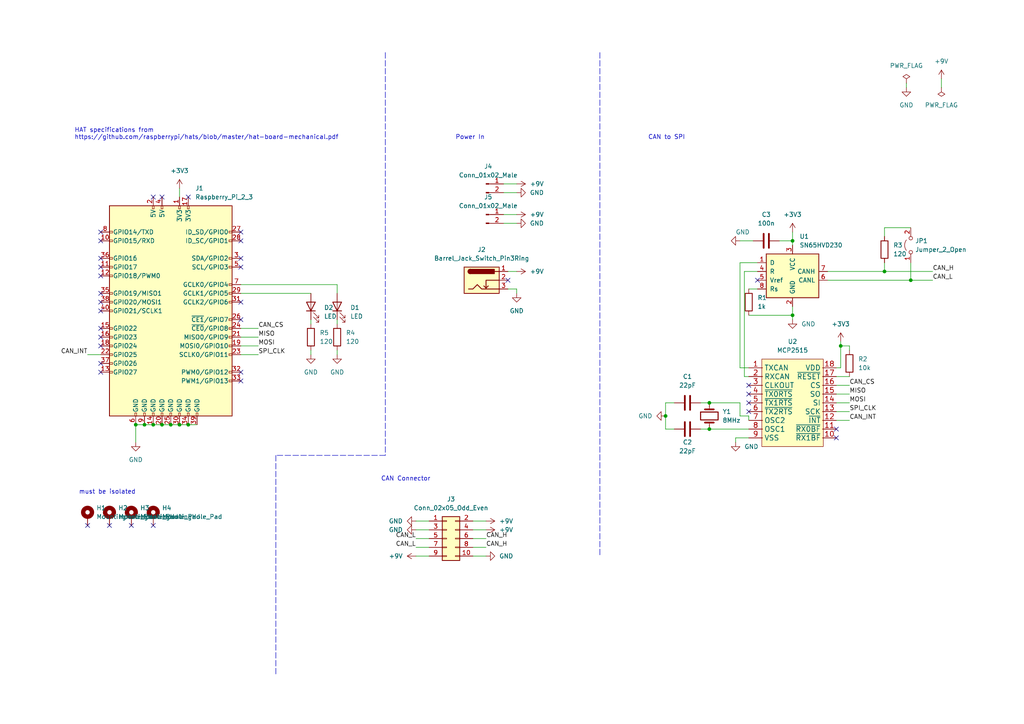
<source format=kicad_sch>
(kicad_sch (version 20211123) (generator eeschema)
  (paper "A4")
  (lib_symbols
    (symbol "Connector:Barrel_Jack_Switch_Pin3Ring" (pin_names hide)
      (property "Reference" "J" (at 0 5.334 0))
      (property "Value" "Barrel_Jack_Switch_Pin3Ring" (at 0 -5.08 0))
      (symbol "Barrel_Jack_Switch_Pin3Ring_0_1"
        (rectangle (start -5.08 3.81) (end 5.08 -3.81) (stroke (width 0.254)) (fill (type background)))
        (arc (start -3.302 3.175) (mid -3.937 2.54) (end -3.302 1.905) (stroke (width 0.254)))
        (arc (start -3.302 3.175) (mid -3.937 2.54) (end -3.302 1.905) (stroke (width 0.254)) (fill (type outline)))
        (polyline (pts (xy 1.27 -2.286) (xy 1.905 -1.651)) (stroke (width 0.254)))
        (polyline (pts (xy 5.08 2.54) (xy 3.81 2.54)) (stroke (width 0.254)))
        (polyline (pts (xy 5.08 0) (xy 1.27 0) (xy 1.27 -2.286) (xy 0.635 -1.651)) (stroke (width 0.254)))
        (polyline (pts (xy -3.81 -2.54) (xy -2.54 -2.54) (xy -1.27 -1.27) (xy 0 -2.54) (xy 2.54 -2.54) (xy 5.08 -2.54)) (stroke (width 0.254)))
        (rectangle (start 3.683 3.175) (end -3.302 1.905) (stroke (width 0.254)) (fill (type outline)))
      )
      (symbol "Barrel_Jack_Switch_Pin3Ring_1_1"
        (pin passive line (at 7.62 2.54 180) (length 2.54) (name "~") (number "1"))
        (pin passive line (at 7.62 0 180) (length 2.54) (name "~") (number "2"))
        (pin passive line (at 7.62 -2.54 180) (length 2.54) (name "~") (number "3"))
      )
    )
    (symbol "Connector:Conn_01x02_Male" (pin_names (offset 1.016) hide)
      (property "Reference" "J" (at 0 2.54 0))
      (property "Value" "Conn_01x02_Male" (at 0 -5.08 0))
      (symbol "Conn_01x02_Male_1_1"
        (polyline (pts (xy 1.27 -2.54) (xy 0.8636 -2.54)) (stroke (width 0.1524)))
        (polyline (pts (xy 1.27 0) (xy 0.8636 0)) (stroke (width 0.1524)))
        (rectangle (start 0.8636 -2.413) (end 0 -2.667) (stroke (width 0.1524)) (fill (type outline)))
        (rectangle (start 0.8636 0.127) (end 0 -0.127) (stroke (width 0.1524)) (fill (type outline)))
        (pin passive line (at 5.08 0 180) (length 3.81) (name "Pin_1") (number "1"))
        (pin passive line (at 5.08 -2.54 180) (length 3.81) (name "Pin_2") (number "2"))
      )
    )
    (symbol "Connector:Raspberry_Pi_2_3" (pin_names (offset 1.016))
      (property "Reference" "J1" (at 7.0994 35.56 0))
      (property "Value" "Raspberry_Pi_2_3" (at 7.0994 33.02 0))
      (symbol "Raspberry_Pi_2_3_0_1"
        (rectangle (start -17.78 30.48) (end 17.78 -30.48) (stroke (width 0.254)) (fill (type background)))
      )
      (symbol "Raspberry_Pi_2_3_1_1"
        (rectangle (start -16.891 -17.526) (end -17.78 -18.034))
        (rectangle (start -16.891 -14.986) (end -17.78 -15.494))
        (rectangle (start -16.891 -12.446) (end -17.78 -12.954))
        (rectangle (start -16.891 -9.906) (end -17.78 -10.414))
        (rectangle (start -16.891 -7.366) (end -17.78 -7.874))
        (rectangle (start -16.891 -4.826) (end -17.78 -5.334))
        (rectangle (start -16.891 0.254) (end -17.78 -0.254))
        (rectangle (start -16.891 2.794) (end -17.78 2.286))
        (rectangle (start -16.891 5.334) (end -17.78 4.826))
        (rectangle (start -16.891 10.414) (end -17.78 9.906))
        (rectangle (start -16.891 12.954) (end -17.78 12.446))
        (rectangle (start -16.891 15.494) (end -17.78 14.986))
        (rectangle (start -16.891 20.574) (end -17.78 20.066))
        (rectangle (start -16.891 23.114) (end -17.78 22.606))
        (rectangle (start -10.414 -29.591) (end -9.906 -30.48))
        (rectangle (start -7.874 -29.591) (end -7.366 -30.48))
        (rectangle (start -5.334 -29.591) (end -4.826 -30.48))
        (rectangle (start -5.334 30.48) (end -4.826 29.591))
        (rectangle (start -2.794 -29.591) (end -2.286 -30.48))
        (rectangle (start -2.794 30.48) (end -2.286 29.591))
        (rectangle (start -0.254 -29.591) (end 0.254 -30.48))
        (rectangle (start 2.286 -29.591) (end 2.794 -30.48))
        (rectangle (start 2.286 30.48) (end 2.794 29.591))
        (rectangle (start 4.826 -29.591) (end 5.334 -30.48))
        (rectangle (start 4.826 30.48) (end 5.334 29.591))
        (rectangle (start 7.366 -29.591) (end 7.874 -30.48))
        (rectangle (start 17.78 -20.066) (end 16.891 -20.574))
        (rectangle (start 17.78 -17.526) (end 16.891 -18.034))
        (rectangle (start 17.78 -12.446) (end 16.891 -12.954))
        (rectangle (start 17.78 -9.906) (end 16.891 -10.414))
        (rectangle (start 17.78 -7.366) (end 16.891 -7.874))
        (rectangle (start 17.78 -4.826) (end 16.891 -5.334))
        (rectangle (start 17.78 -2.286) (end 16.891 -2.794))
        (rectangle (start 17.78 2.794) (end 16.891 2.286))
        (rectangle (start 17.78 5.334) (end 16.891 4.826))
        (rectangle (start 17.78 7.874) (end 16.891 7.366))
        (rectangle (start 17.78 12.954) (end 16.891 12.446))
        (rectangle (start 17.78 15.494) (end 16.891 14.986))
        (rectangle (start 17.78 20.574) (end 16.891 20.066))
        (rectangle (start 17.78 23.114) (end 16.891 22.606))
        (pin power_out line (at 2.54 33.02 270) (length 2.54) (name "3V3") (number "1"))
        (pin bidirectional line (at -20.32 20.32 0) (length 2.54) (name "GPIO15/RXD") (number "10"))
        (pin bidirectional line (at -20.32 12.7 0) (length 2.54) (name "GPIO17") (number "11"))
        (pin bidirectional line (at -20.32 10.16 0) (length 2.54) (name "GPIO18/PWM0") (number "12"))
        (pin bidirectional line (at -20.32 -17.78 0) (length 2.54) (name "GPIO27") (number "13"))
        (pin power_in line (at -5.08 -33.02 90) (length 2.54) (name "GND") (number "14"))
        (pin bidirectional line (at -20.32 -5.08 0) (length 2.54) (name "GPIO22") (number "15"))
        (pin bidirectional line (at -20.32 -7.62 0) (length 2.54) (name "GPIO23") (number "16"))
        (pin power_out line (at 5.08 33.02 270) (length 2.54) (name "3V3") (number "17"))
        (pin bidirectional line (at -20.32 -10.16 0) (length 2.54) (name "GPIO24") (number "18"))
        (pin bidirectional line (at 20.32 -10.16 180) (length 2.54) (name "MOSI0/GPIO10") (number "19"))
        (pin power_out line (at -5.08 33.02 270) (length 2.54) (name "5V") (number "2"))
        (pin power_in line (at -2.54 -33.02 90) (length 2.54) (name "GND") (number "20"))
        (pin bidirectional line (at 20.32 -7.62 180) (length 2.54) (name "MISO0/GPIO9") (number "21"))
        (pin bidirectional line (at -20.32 -12.7 0) (length 2.54) (name "GPIO25") (number "22"))
        (pin bidirectional line (at 20.32 -12.7 180) (length 2.54) (name "SCLK0/GPIO11") (number "23"))
        (pin bidirectional line (at 20.32 -5.08 180) (length 2.54) (name "~{CE0}/GPIO8") (number "24"))
        (pin power_in line (at 0 -33.02 90) (length 2.54) (name "GND") (number "25"))
        (pin bidirectional line (at 20.32 -2.54 180) (length 2.54) (name "~{CE1}/GPIO7") (number "26"))
        (pin bidirectional line (at 20.32 22.86 180) (length 2.54) (name "ID_SD/GPIO0") (number "27"))
        (pin bidirectional line (at 20.32 20.32 180) (length 2.54) (name "ID_SC/GPIO1") (number "28"))
        (pin bidirectional line (at 20.32 5.08 180) (length 2.54) (name "GCLK1/GPIO5") (number "29"))
        (pin bidirectional line (at 20.32 15.24 180) (length 2.54) (name "SDA/GPIO2") (number "3"))
        (pin power_in line (at 2.54 -33.02 90) (length 2.54) (name "GND") (number "30"))
        (pin bidirectional line (at 20.32 2.54 180) (length 2.54) (name "GCLK2/GPIO6") (number "31"))
        (pin bidirectional line (at 20.32 -17.78 180) (length 2.54) (name "PWM0/GPIO12") (number "32"))
        (pin bidirectional line (at 20.32 -20.32 180) (length 2.54) (name "PWM1/GPIO13") (number "33"))
        (pin power_in line (at 5.08 -33.02 90) (length 2.54) (name "GND") (number "34"))
        (pin bidirectional line (at -20.32 5.08 0) (length 2.54) (name "GPIO19/MISO1") (number "35"))
        (pin bidirectional line (at -20.32 15.24 0) (length 2.54) (name "GPIO16") (number "36"))
        (pin bidirectional line (at -20.32 -15.24 0) (length 2.54) (name "GPIO26") (number "37"))
        (pin bidirectional line (at -20.32 2.54 0) (length 2.54) (name "GPIO20/MOSI1") (number "38"))
        (pin power_in line (at 7.62 -33.02 90) (length 2.54) (name "GND") (number "39"))
        (pin power_out line (at -2.54 33.02 270) (length 2.54) (name "5V") (number "4"))
        (pin bidirectional line (at -20.32 0 0) (length 2.54) (name "GPIO21/SCLK1") (number "40"))
        (pin bidirectional line (at 20.32 12.7 180) (length 2.54) (name "SCL/GPIO3") (number "5"))
        (pin power_in line (at -10.16 -33.02 90) (length 2.54) (name "GND") (number "6"))
        (pin bidirectional line (at 20.32 7.62 180) (length 2.54) (name "GCLK0/GPIO4") (number "7"))
        (pin bidirectional line (at -20.32 22.86 0) (length 2.54) (name "GPIO14/TXD") (number "8"))
        (pin power_in line (at -7.62 -33.02 90) (length 2.54) (name "GND") (number "9"))
      )
    )
    (symbol "Connector_Generic:Conn_02x05_Odd_Even" (pin_names (offset 1.016) hide)
      (property "Reference" "J" (at 1.27 7.62 0))
      (property "Value" "Conn_02x05_Odd_Even" (at 1.27 -7.62 0))
      (symbol "Conn_02x05_Odd_Even_1_1"
        (rectangle (start -1.27 -4.953) (end 0 -5.207) (stroke (width 0.1524)))
        (rectangle (start -1.27 -2.413) (end 0 -2.667) (stroke (width 0.1524)))
        (rectangle (start -1.27 0.127) (end 0 -0.127) (stroke (width 0.1524)))
        (rectangle (start -1.27 2.667) (end 0 2.413) (stroke (width 0.1524)))
        (rectangle (start -1.27 5.207) (end 0 4.953) (stroke (width 0.1524)))
        (rectangle (start -1.27 6.35) (end 3.81 -6.35) (stroke (width 0.254)) (fill (type background)))
        (rectangle (start 3.81 -4.953) (end 2.54 -5.207) (stroke (width 0.1524)))
        (rectangle (start 3.81 -2.413) (end 2.54 -2.667) (stroke (width 0.1524)))
        (rectangle (start 3.81 0.127) (end 2.54 -0.127) (stroke (width 0.1524)))
        (rectangle (start 3.81 2.667) (end 2.54 2.413) (stroke (width 0.1524)))
        (rectangle (start 3.81 5.207) (end 2.54 4.953) (stroke (width 0.1524)))
        (pin passive line (at -5.08 5.08 0) (length 3.81) (name "Pin_1") (number "1"))
        (pin passive line (at 7.62 -5.08 180) (length 3.81) (name "Pin_10") (number "10"))
        (pin passive line (at 7.62 5.08 180) (length 3.81) (name "Pin_2") (number "2"))
        (pin passive line (at -5.08 2.54 0) (length 3.81) (name "Pin_3") (number "3"))
        (pin passive line (at 7.62 2.54 180) (length 3.81) (name "Pin_4") (number "4"))
        (pin passive line (at -5.08 0 0) (length 3.81) (name "Pin_5") (number "5"))
        (pin passive line (at 7.62 0 180) (length 3.81) (name "Pin_6") (number "6"))
        (pin passive line (at -5.08 -2.54 0) (length 3.81) (name "Pin_7") (number "7"))
        (pin passive line (at 7.62 -2.54 180) (length 3.81) (name "Pin_8") (number "8"))
        (pin passive line (at -5.08 -5.08 0) (length 3.81) (name "Pin_9") (number "9"))
      )
    )
    (symbol "Device:C" (pin_numbers hide) (pin_names (offset 0.254))
      (property "Reference" "C" (at 0.635 2.54 0))
      (property "Value" "C" (at 0.635 -2.54 0))
      (symbol "C_0_1"
        (polyline (pts (xy -2.032 -0.762) (xy 2.032 -0.762)) (stroke (width 0.508)))
        (polyline (pts (xy -2.032 0.762) (xy 2.032 0.762)) (stroke (width 0.508)))
      )
      (symbol "C_1_1"
        (pin passive line (at 0 3.81 270) (length 2.794) (name "~") (number "1"))
        (pin passive line (at 0 -3.81 90) (length 2.794) (name "~") (number "2"))
      )
    )
    (symbol "Device:Crystal" (pin_numbers hide) (pin_names (offset 1.016) hide)
      (property "Reference" "Y" (at 0 3.81 0))
      (property "Value" "Crystal" (at 0 -3.81 0))
      (symbol "Crystal_0_1"
        (rectangle (start -1.143 2.54) (end 1.143 -2.54) (stroke (width 0.3048)))
        (polyline (pts (xy -2.54 0) (xy -1.905 0)))
        (polyline (pts (xy -1.905 -1.27) (xy -1.905 1.27)) (stroke (width 0.508)))
        (polyline (pts (xy 1.905 -1.27) (xy 1.905 1.27)) (stroke (width 0.508)))
        (polyline (pts (xy 2.54 0) (xy 1.905 0)))
      )
      (symbol "Crystal_1_1"
        (pin passive line (at -3.81 0 0) (length 1.27) (name "1") (number "1"))
        (pin passive line (at 3.81 0 180) (length 1.27) (name "2") (number "2"))
      )
    )
    (symbol "Device:LED" (pin_numbers hide) (pin_names (offset 1.016) hide)
      (property "Reference" "D" (at 0 2.54 0))
      (property "Value" "LED" (at 0 -2.54 0))
      (symbol "LED_0_1"
        (polyline (pts (xy -1.27 -1.27) (xy -1.27 1.27)) (stroke (width 0.254)))
        (polyline (pts (xy -1.27 0) (xy 1.27 0)))
        (polyline (pts (xy 1.27 -1.27) (xy 1.27 1.27) (xy -1.27 0) (xy 1.27 -1.27)) (stroke (width 0.254)))
        (polyline (pts (xy -3.048 -0.762) (xy -4.572 -2.286) (xy -3.81 -2.286) (xy -4.572 -2.286) (xy -4.572 -1.524)))
        (polyline (pts (xy -1.778 -0.762) (xy -3.302 -2.286) (xy -2.54 -2.286) (xy -3.302 -2.286) (xy -3.302 -1.524)))
      )
      (symbol "LED_1_1"
        (pin passive line (at -3.81 0 0) (length 2.54) (name "K") (number "1"))
        (pin passive line (at 3.81 0 180) (length 2.54) (name "A") (number "2"))
      )
    )
    (symbol "Device:R" (pin_numbers hide) (pin_names (offset 0))
      (property "Reference" "R" (at 2.032 0 90))
      (property "Value" "R" (at 0 0 90))
      (symbol "R_0_1"
        (rectangle (start -1.016 -2.54) (end 1.016 2.54) (stroke (width 0.254)))
      )
      (symbol "R_1_1"
        (pin passive line (at 0 3.81 270) (length 1.27) (name "~") (number "1"))
        (pin passive line (at 0 -3.81 90) (length 1.27) (name "~") (number "2"))
      )
    )
    (symbol "Interface_CAN_LIN:SN65HVD230" (pin_names (offset 1.016))
      (property "Reference" "U" (at -2.54 10.16 0))
      (property "Value" "SN65HVD230" (at -2.54 7.62 0))
      (symbol "SN65HVD230_0_1"
        (rectangle (start -7.62 5.08) (end 7.62 -7.62) (stroke (width 0.254)) (fill (type background)))
      )
      (symbol "SN65HVD230_1_1"
        (pin input line (at -10.16 2.54 0) (length 2.54) (name "D") (number "1"))
        (pin power_in line (at 0 -10.16 90) (length 2.54) (name "GND") (number "2"))
        (pin power_in line (at 0 7.62 270) (length 2.54) (name "VCC") (number "3"))
        (pin output line (at -10.16 0 0) (length 2.54) (name "R") (number "4"))
        (pin output line (at -10.16 -2.54 0) (length 2.54) (name "Vref") (number "5"))
        (pin bidirectional line (at 10.16 -2.54 180) (length 2.54) (name "CANL") (number "6"))
        (pin bidirectional line (at 10.16 0 180) (length 2.54) (name "CANH") (number "7"))
        (pin input line (at -10.16 -5.08 0) (length 2.54) (name "Rs") (number "8"))
      )
    )
    (symbol "Jumper:Jumper_2_Open" (pin_names (offset 0) hide)
      (property "Reference" "JP" (at 0 2.794 0))
      (property "Value" "Jumper_2_Open" (at 0 -2.286 0))
      (symbol "Jumper_2_Open_0_0"
        (circle (center -2.032 0) (radius 0.508))
        (circle (center 2.032 0) (radius 0.508))
      )
      (symbol "Jumper_2_Open_0_1"
        (arc (start 1.524 1.27) (mid 0 1.778) (end -1.524 1.27))
      )
      (symbol "Jumper_2_Open_1_1"
        (pin passive line (at -5.08 0 0) (length 2.54) (name "A") (number "1"))
        (pin passive line (at 5.08 0 180) (length 2.54) (name "B") (number "2"))
      )
    )
    (symbol "MCP2515:MCP2515"
      (property "Reference" "U" (at -8.89 13.97 0))
      (property "Value" "MCP2515" (at -5.08 -15.24 0))
      (symbol "MCP2515_0_1"
        (rectangle (start -10.16 11.43) (end 7.62 -13.97) (fill (type background)))
      )
      (symbol "MCP2515_1_1"
        (pin bidirectional line (at -13.97 8.89 0) (length 4) (name "TXCAN") (number "1"))
        (pin bidirectional line (at 11.43 -11.43 180) (length 4) (name "~{RX1BF}") (number "10"))
        (pin bidirectional line (at 11.43 -8.89 180) (length 4) (name "~{RX0BF}") (number "11"))
        (pin bidirectional line (at 11.43 -6.35 180) (length 4) (name "~{INT}") (number "12"))
        (pin input line (at 11.43 -3.81 180) (length 4) (name "SCK") (number "13"))
        (pin input line (at 11.43 -1.27 180) (length 4) (name "SI") (number "14"))
        (pin output line (at 11.43 1.27 180) (length 4) (name "SO") (number "15"))
        (pin input line (at 11.43 3.81 180) (length 4) (name "CS") (number "16"))
        (pin input line (at 11.43 6.35 180) (length 4) (name "~{RESET}") (number "17"))
        (pin power_in line (at 11.43 8.89 180) (length 4) (name "VDD") (number "18"))
        (pin bidirectional line (at -13.97 6.35 0) (length 4) (name "RXCAN") (number "2"))
        (pin output line (at -13.97 3.81 0) (length 4) (name "CLKOUT") (number "3"))
        (pin bidirectional line (at -13.97 1.27 0) (length 4) (name "~{TX0RTS}") (number "4"))
        (pin bidirectional line (at -13.97 -1.27 0) (length 4) (name "~{TX1RTS}") (number "5"))
        (pin bidirectional line (at -13.97 -3.81 0) (length 4) (name "~{TX2RTS}") (number "6"))
        (pin output line (at -13.97 -6.35 0) (length 4) (name "OSC2") (number "7"))
        (pin input line (at -13.97 -8.89 0) (length 4) (name "OSC1") (number "8"))
        (pin power_in line (at -13.97 -11.43 0) (length 4) (name "VSS") (number "9"))
      )
    )
    (symbol "Mechanical:MountingHole_Pad" (pin_numbers hide) (pin_names (offset 1.016) hide)
      (property "Reference" "H" (at 0 6.35 0))
      (property "Value" "MountingHole_Pad" (at 0 4.445 0))
      (symbol "MountingHole_Pad_0_1"
        (circle (center 0 1.27) (radius 1.27) (stroke (width 1.27)))
      )
      (symbol "MountingHole_Pad_1_1"
        (pin input line (at 0 -2.54 90) (length 2.54) (name "1") (number "1"))
      )
    )
    (symbol "power:+3V3" (power) (pin_names (offset 0))
      (property "Value" "+3V3" (at 0 3.556 0))
      (symbol "+3V3_0_1"
        (polyline (pts (xy -0.762 1.27) (xy 0 2.54)))
        (polyline (pts (xy 0 0) (xy 0 2.54)))
        (polyline (pts (xy 0 2.54) (xy 0.762 1.27)))
      )
      (symbol "+3V3_1_1"
        (pin power_in line (at 0 0 90) (length 0) hide (name "+3V3") (number "1"))
      )
    )
    (symbol "power:+9V" (power) (pin_names (offset 0))
      (property "Value" "+9V" (at 0 3.556 0))
      (symbol "+9V_0_1"
        (polyline (pts (xy -0.762 1.27) (xy 0 2.54)))
        (polyline (pts (xy 0 0) (xy 0 2.54)))
        (polyline (pts (xy 0 2.54) (xy 0.762 1.27)))
      )
      (symbol "+9V_1_1"
        (pin power_in line (at 0 0 90) (length 0) hide (name "+9V") (number "1"))
      )
    )
    (symbol "power:GND" (power) (pin_names (offset 0))
      (property "Value" "GND" (at 0 -3.81 0))
      (symbol "GND_0_1"
        (polyline (pts (xy 0 0) (xy 0 -1.27) (xy 1.27 -1.27) (xy 0 -2.54) (xy -1.27 -1.27) (xy 0 -1.27)))
      )
      (symbol "GND_1_1"
        (pin power_in line (at 0 0 270) (length 0) hide (name "GND") (number "1"))
      )
    )
    (symbol "power:PWR_FLAG" (power) (pin_numbers hide) (pin_names (offset 0) hide)
      (property "Value" "PWR_FLAG" (at 0 3.81 0))
      (symbol "PWR_FLAG_0_0"
        (pin power_out line (at 0 0 90) (length 0) (name "pwr") (number "1"))
      )
      (symbol "PWR_FLAG_0_1"
        (polyline (pts (xy 0 0) (xy 0 1.27) (xy -1.016 1.905) (xy 0 2.54) (xy 1.016 1.905) (xy 0 1.27)))
      )
    )
  )
  (junction (at 54.61 123.19))
  (junction (at 243.84 100.33))
  (junction (at 39.37 123.19))
  (junction (at 229.87 69.85))
  (junction (at 49.53 123.19))
  (junction (at 264.16 81.28))
  (junction (at 41.91 123.19))
  (junction (at 205.74 124.46))
  (junction (at 205.74 116.84))
  (junction (at 52.07 123.19))
  (junction (at 256.54 78.74))
  (junction (at 44.45 123.19))
  (junction (at 46.99 123.19))
  (junction (at 229.87 91.44))
  (junction (at 193.04 120.65))
  (no_connect (at 54.61 57.15))
  (no_connect (at 44.45 152.4))
  (no_connect (at 38.1 152.4))
  (no_connect (at 31.75 152.4))
  (no_connect (at 25.4 152.4))
  (no_connect (at 217.17 114.3))
  (no_connect (at 147.32 81.28))
  (no_connect (at 217.17 119.38))
  (no_connect (at 217.17 111.76))
  (no_connect (at 242.57 124.46))
  (no_connect (at 217.17 116.84))
  (no_connect (at 219.71 81.28))
  (no_connect (at 44.45 57.15))
  (no_connect (at 29.21 107.95))
  (no_connect (at 29.21 105.41))
  (no_connect (at 29.21 97.79))
  (no_connect (at 29.21 100.33))
  (no_connect (at 29.21 95.25))
  (no_connect (at 69.85 69.85))
  (no_connect (at 69.85 87.63))
  (no_connect (at 69.85 77.47))
  (no_connect (at 69.85 74.93))
  (no_connect (at 29.21 77.47))
  (no_connect (at 29.21 80.01))
  (no_connect (at 29.21 87.63))
  (no_connect (at 29.21 85.09))
  (no_connect (at 29.21 90.17))
  (no_connect (at 29.21 74.93))
  (no_connect (at 69.85 92.71))
  (no_connect (at 69.85 110.49))
  (no_connect (at 69.85 107.95))
  (no_connect (at 69.85 67.31))
  (no_connect (at 46.99 57.15))
  (no_connect (at 29.21 67.31))
  (no_connect (at 29.21 69.85))
  (no_connect (at 242.57 127))
  (wire (pts (xy 214.63 76.2) (xy 214.63 106.68)))
  (wire (pts (xy 242.57 114.3) (xy 246.38 114.3)))
  (wire (pts (xy 195.58 124.46) (xy 193.04 124.46)))
  (wire (pts (xy 97.79 92.71) (xy 97.79 93.98)))
  (wire (pts (xy 137.16 156.21) (xy 140.97 156.21)))
  (wire (pts (xy 242.57 106.68) (xy 243.84 106.68)))
  (polyline (pts (xy 173.99 15.24) (xy 173.99 161.29)))
  (wire (pts (xy 69.85 95.25) (xy 74.93 95.25)))
  (wire (pts (xy 246.38 101.6) (xy 246.38 100.33)))
  (wire (pts (xy 54.61 123.19) (xy 57.15 123.19)))
  (wire (pts (xy 242.57 119.38) (xy 246.38 119.38)))
  (wire (pts (xy 97.79 101.6) (xy 97.79 102.87)))
  (wire (pts (xy 242.57 111.76) (xy 246.38 111.76)))
  (wire (pts (xy 146.05 62.23) (xy 149.86 62.23)))
  (wire (pts (xy 137.16 158.75) (xy 140.97 158.75)))
  (wire (pts (xy 240.03 81.28) (xy 264.16 81.28)))
  (wire (pts (xy 243.84 99.06) (xy 243.84 100.33)))
  (wire (pts (xy 120.65 153.67) (xy 124.46 153.67)))
  (wire (pts (xy 256.54 66.04) (xy 264.16 66.04)))
  (wire (pts (xy 41.91 123.19) (xy 44.45 123.19)))
  (wire (pts (xy 256.54 76.2) (xy 256.54 78.74)))
  (wire (pts (xy 193.04 116.84) (xy 193.04 120.65)))
  (wire (pts (xy 264.16 76.2) (xy 264.16 81.28)))
  (wire (pts (xy 217.17 120.65) (xy 214.63 120.65)))
  (wire (pts (xy 217.17 109.22) (xy 215.9 109.22)))
  (wire (pts (xy 149.86 83.82) (xy 149.86 85.09)))
  (wire (pts (xy 39.37 123.19) (xy 39.37 128.27)))
  (wire (pts (xy 229.87 67.31) (xy 229.87 69.85)))
  (wire (pts (xy 146.05 64.77) (xy 149.86 64.77)))
  (wire (pts (xy 214.63 116.84) (xy 205.74 116.84)))
  (polyline (pts (xy 111.76 15.24) (xy 111.76 132.08)))
  (wire (pts (xy 214.63 69.85) (xy 218.44 69.85)))
  (wire (pts (xy 69.85 82.55) (xy 97.79 82.55)))
  (wire (pts (xy 214.63 120.65) (xy 214.63 116.84)))
  (wire (pts (xy 195.58 116.84) (xy 193.04 116.84)))
  (wire (pts (xy 229.87 88.9) (xy 229.87 91.44)))
  (wire (pts (xy 262.89 24.13) (xy 262.89 25.4)))
  (wire (pts (xy 49.53 123.19) (xy 52.07 123.19)))
  (wire (pts (xy 226.06 69.85) (xy 229.87 69.85)))
  (wire (pts (xy 217.17 121.92) (xy 217.17 120.65)))
  (wire (pts (xy 39.37 123.19) (xy 41.91 123.19)))
  (wire (pts (xy 137.16 153.67) (xy 140.97 153.67)))
  (wire (pts (xy 146.05 55.88) (xy 149.86 55.88)))
  (wire (pts (xy 229.87 69.85) (xy 229.87 71.12)))
  (wire (pts (xy 264.16 81.28) (xy 270.51 81.28)))
  (wire (pts (xy 193.04 120.65) (xy 193.04 124.46)))
  (wire (pts (xy 147.32 83.82) (xy 149.86 83.82)))
  (wire (pts (xy 203.2 124.46) (xy 205.74 124.46)))
  (wire (pts (xy 246.38 100.33) (xy 243.84 100.33)))
  (wire (pts (xy 242.57 121.92) (xy 246.38 121.92)))
  (wire (pts (xy 44.45 123.19) (xy 46.99 123.19)))
  (wire (pts (xy 137.16 151.13) (xy 140.97 151.13)))
  (wire (pts (xy 90.17 92.71) (xy 90.17 93.98)))
  (wire (pts (xy 25.4 102.87) (xy 29.21 102.87)))
  (wire (pts (xy 69.85 100.33) (xy 74.93 100.33)))
  (wire (pts (xy 256.54 78.74) (xy 270.51 78.74)))
  (polyline (pts (xy 111.76 132.08) (xy 80.01 132.08)))
  (wire (pts (xy 97.79 82.55) (xy 97.79 85.09)))
  (polyline (pts (xy 80.01 132.08) (xy 80.01 195.58)))
  (wire (pts (xy 256.54 68.58) (xy 256.54 66.04)))
  (wire (pts (xy 217.17 106.68) (xy 214.63 106.68)))
  (wire (pts (xy 120.65 151.13) (xy 124.46 151.13)))
  (wire (pts (xy 69.85 97.79) (xy 74.93 97.79)))
  (wire (pts (xy 215.9 78.74) (xy 215.9 109.22)))
  (wire (pts (xy 120.65 158.75) (xy 124.46 158.75)))
  (wire (pts (xy 214.63 76.2) (xy 219.71 76.2)))
  (wire (pts (xy 240.03 78.74) (xy 256.54 78.74)))
  (wire (pts (xy 120.65 156.21) (xy 124.46 156.21)))
  (wire (pts (xy 46.99 123.19) (xy 49.53 123.19)))
  (wire (pts (xy 203.2 116.84) (xy 205.74 116.84)))
  (wire (pts (xy 120.65 161.29) (xy 124.46 161.29)))
  (wire (pts (xy 219.71 78.74) (xy 215.9 78.74)))
  (wire (pts (xy 205.74 124.46) (xy 217.17 124.46)))
  (wire (pts (xy 217.17 91.44) (xy 229.87 91.44)))
  (wire (pts (xy 146.05 53.34) (xy 149.86 53.34)))
  (wire (pts (xy 90.17 101.6) (xy 90.17 102.87)))
  (wire (pts (xy 69.85 85.09) (xy 90.17 85.09)))
  (wire (pts (xy 273.05 22.86) (xy 273.05 25.4)))
  (wire (pts (xy 137.16 161.29) (xy 140.97 161.29)))
  (wire (pts (xy 52.07 54.61) (xy 52.07 57.15)))
  (wire (pts (xy 242.57 116.84) (xy 246.38 116.84)))
  (wire (pts (xy 242.57 109.22) (xy 246.38 109.22)))
  (wire (pts (xy 213.36 128.27) (xy 213.36 127)))
  (wire (pts (xy 213.36 127) (xy 217.17 127)))
  (wire (pts (xy 217.17 83.82) (xy 219.71 83.82)))
  (wire (pts (xy 229.87 91.44) (xy 229.87 92.71)))
  (wire (pts (xy 52.07 123.19) (xy 54.61 123.19)))
  (wire (pts (xy 147.32 78.74) (xy 149.86 78.74)))
  (wire (pts (xy 243.84 100.33) (xy 243.84 106.68)))
  (wire (pts (xy 69.85 102.87) (xy 74.93 102.87)))
  (text "CAN to SPI" (at 187.96 40.64 0) (effects (font (size 1.27 1.27)) (justify left bottom)))
  (text "HAT specifications from\nhttps://github.com/raspberrypi/hats/blob/master/hat-board-mechanical.pdf" (at 21.59 40.64 0) (effects (font (size 1.27 1.27)) (justify left bottom)))
  (text "Power In" (at 132.08 40.64 0) (effects (font (size 1.27 1.27)) (justify left bottom)))
  (text "must be isolated" (at 22.86 143.51 0) (effects (font (size 1.27 1.27)) (justify left bottom)))
  (text "CAN Connector" (at 110.49 139.7 0) (effects (font (size 1.27 1.27)) (justify left bottom)))
  (label "CAN_H" (at 140.97 156.21 0))
  (label "MISO" (at 74.93 97.79 0))
  (label "SPI_CLK" (at 74.93 102.87 0))
  (label "MOSI" (at 246.38 116.84 0))
  (label "CAN_L" (at 120.65 158.75 180))
  (label "MISO" (at 246.38 114.3 0))
  (label "CAN_CS" (at 246.38 111.76 0))
  (label "CAN_INT" (at 246.38 121.92 0))
  (label "CAN_H" (at 270.51 78.74 0))
  (label "CAN_L" (at 270.51 81.28 0))
  (label "CAN_CS" (at 74.93 95.25 0))
  (label "CAN_L" (at 120.65 156.21 180))
  (label "CAN_INT" (at 25.4 102.87 180))
  (label "SPI_CLK" (at 246.38 119.38 0))
  (label "CAN_H" (at 140.97 158.75 0))
  (label "MOSI" (at 74.93 100.33 0))
  (symbol (lib_id "power:GND") (at 193.04 120.65 270) (unit 1)
    (property "Reference" "#PWR02" (effects hide))
    (property "Value" "GND" (at 189.23 120.6499 90) (effects (justify right)))
  )
  (symbol (lib_id "Device:R") (at 217.17 87.63 0) (unit 1)
    (property "Reference" "R1" (at 219.71 86.3599 0) (effects (justify left)))
    (property "Value" "1k" (at 219.71 88.8999 0) (effects (justify left)))
    (property "Footprint" "Resistor_SMD:R_1206_3216Metric_Pad1.30x1.75mm_HandSolder" (effects hide))
  )
  (symbol (lib_id "Connector:Raspberry_Pi_2_3") (at 49.53 90.17 0) (unit 1)
    (property "Reference" "J1" (at 56.6294 54.61 0) (effects (justify left)))
    (property "Value" "Raspberry_Pi_2_3" (at 56.6294 57.15 0) (effects (justify left)))
    (property "Footprint" "Connector_PinSocket_2.54mm:PinSocket_2x20_P2.54mm_Vertical" (effects hide))
    (property "Datasheet" "https://www.raspberrypi.org/documentation/hardware/raspberrypi/schematics/rpi_SCH_3bplus_1p0_reduced.pdf" (effects hide))
  )
  (symbol (lib_id "power:GND") (at 97.79 102.87 0) (unit 1)
    (property "Reference" "#PWR019" (effects hide))
    (property "Value" "GND" (at 97.79 107.95 0))
  )
  (symbol (lib_id "Connector:Barrel_Jack_Switch_Pin3Ring") (at 139.7 81.28 0) (unit 1)
    (property "Reference" "J2" (at 139.7 72.39 0))
    (property "Value" "Barrel_Jack_Switch_Pin3Ring" (at 139.7 74.93 0))
    (property "Footprint" "Connector_BarrelJack:BarrelJack_Horizontal" (effects hide))
  )
  (symbol (lib_id "Device:LED") (at 90.17 88.9 90) (unit 1)
    (property "Reference" "D2" (at 93.98 89.2174 90) (effects (justify right)))
    (property "Value" "LED" (at 93.98 91.7574 90) (effects (justify right)))
    (property "Footprint" "LED_SMD:LED_1206_3216Metric_Pad1.42x1.75mm_HandSolder" (effects hide))
  )
  (symbol (lib_id "Device:R") (at 90.17 97.79 0) (unit 1)
    (property "Reference" "R5" (at 92.71 96.5199 0) (effects (justify left)))
    (property "Value" "120" (at 92.71 99.0599 0) (effects (justify left)))
    (property "Footprint" "Resistor_SMD:R_1206_3216Metric_Pad1.30x1.75mm_HandSolder" (effects hide))
  )
  (symbol (lib_id "power:+3V3") (at 243.84 99.06 0) (unit 1)
    (property "Reference" "#PWR08" (effects hide))
    (property "Value" "+3V3" (at 243.84 93.98 0))
  )
  (symbol (lib_id "power:GND") (at 213.36 128.27 0) (unit 1)
    (property "Reference" "#PWR04" (effects hide))
    (property "Value" "GND" (at 215.9 129.5399 0) (effects (justify left)))
  )
  (symbol (lib_id "Device:Crystal") (at 205.74 120.65 90) (unit 1)
    (property "Reference" "Y1" (at 209.55 119.3799 90) (effects (justify right)))
    (property "Value" "8MHz" (at 209.55 121.9199 90) (effects (justify right)))
    (property "Footprint" "Crystal:Crystal_SMD_HC49-SD_HandSoldering" (effects hide))
  )
  (symbol (lib_id "power:+9V") (at 140.97 153.67 270) (unit 1)
    (property "Reference" "#PWR017" (effects hide))
    (property "Value" "+9V" (at 144.78 153.6699 90) (effects (justify left)))
  )
  (symbol (lib_id "Mechanical:MountingHole_Pad") (at 44.45 149.86 0) (unit 1)
    (property "Reference" "H4" (at 46.99 147.3199 0) (effects (justify left)))
    (property "Value" "MountingHole_Pad" (at 46.99 149.8599 0) (effects (justify left)))
    (property "Footprint" "MountingHole:MountingHole_2.7mm_M2.5_Pad_TopBottom" (effects hide))
  )
  (symbol (lib_id "power:GND") (at 214.63 69.85 270) (unit 1)
    (property "Reference" "#PWR05" (effects hide))
    (property "Value" "GND" (at 213.36 67.31 90) (effects (justify left)))
  )
  (symbol (lib_id "Device:R") (at 246.38 105.41 180) (unit 1)
    (property "Reference" "R2" (at 248.92 104.1399 0) (effects (justify right)))
    (property "Value" "10k" (at 248.92 106.6799 0) (effects (justify right)))
    (property "Footprint" "Resistor_SMD:R_1206_3216Metric_Pad1.30x1.75mm_HandSolder" (effects hide))
  )
  (symbol (lib_id "Device:C") (at 199.39 116.84 90) (unit 1)
    (property "Reference" "C1" (at 199.39 109.22 90))
    (property "Value" "22pF" (at 199.39 111.76 90))
    (property "Footprint" "Capacitor_SMD:C_1206_3216Metric_Pad1.33x1.80mm_HandSolder" (effects hide))
  )
  (symbol (lib_id "Connector:Conn_01x02_Male") (at 140.97 53.34 0) (unit 1)
    (property "Reference" "J4" (at 141.605 48.26 0))
    (property "Value" "Conn_01x02_Male" (at 141.605 50.8 0))
    (property "Footprint" "Connector_JST:JST_VH_B2PS-VH_1x02_P3.96mm_Horizontal" (effects hide))
  )
  (symbol (lib_id "power:+9V") (at 140.97 151.13 270) (unit 1)
    (property "Reference" "#PWR016" (effects hide))
    (property "Value" "+9V" (at 144.78 151.1299 90) (effects (justify left)))
  )
  (symbol (lib_id "power:GND") (at 90.17 102.87 0) (unit 1)
    (property "Reference" "#PWR020" (effects hide))
    (property "Value" "GND" (at 90.17 107.95 0))
  )
  (symbol (lib_id "Mechanical:MountingHole_Pad") (at 25.4 149.86 0) (unit 1)
    (property "Reference" "H1" (at 27.94 147.3199 0) (effects (justify left)))
    (property "Value" "MountingHole_Pad" (at 27.94 149.8599 0) (effects (justify left)))
    (property "Footprint" "MountingHole:MountingHole_2.7mm_M2.5_Pad_TopBottom" (effects hide))
  )
  (symbol (lib_id "power:GND") (at 229.87 92.71 0) (unit 1)
    (property "Reference" "#PWR07" (effects hide))
    (property "Value" "GND" (at 232.41 93.9799 0) (effects (justify left)))
  )
  (symbol (lib_id "power:GND") (at 120.65 151.13 270) (unit 1)
    (property "Reference" "#PWR012" (effects hide))
    (property "Value" "GND" (at 116.84 151.1299 90) (effects (justify right)))
  )
  (symbol (lib_id "power:+3V3") (at 52.07 54.61 0) (unit 1)
    (property "Reference" "#PWR03" (effects hide))
    (property "Value" "+3V3" (at 52.07 49.53 0))
  )
  (symbol (lib_id "power:GND") (at 149.86 85.09 0) (unit 1)
    (property "Reference" "#PWR010" (effects hide))
    (property "Value" "GND" (at 149.86 90.17 0))
  )
  (symbol (lib_id "power:GND") (at 262.89 25.4 0) (unit 1)
    (property "Reference" "#PWR011" (effects hide))
    (property "Value" "GND" (at 262.89 30.48 0))
  )
  (symbol (lib_id "power:PWR_FLAG") (at 273.05 25.4 180) (unit 1)
    (property "Reference" "#FLG02" (effects hide))
    (property "Value" "PWR_FLAG" (at 273.05 30.48 0))
  )
  (symbol (lib_id "Connector:Conn_01x02_Male") (at 140.97 62.23 0) (unit 1)
    (property "Reference" "J5" (at 141.605 57.15 0))
    (property "Value" "Conn_01x02_Male" (at 141.605 59.69 0))
    (property "Footprint" "Connector_PinHeader_2.54mm:PinHeader_1x02_P2.54mm_Vertical" (effects hide))
  )
  (symbol (lib_id "power:+9V") (at 120.65 161.29 90) (unit 1)
    (property "Reference" "#PWR014" (effects hide))
    (property "Value" "+9V" (at 116.84 161.2899 90) (effects (justify left)))
  )
  (symbol (lib_id "power:+9V") (at 273.05 22.86 0) (unit 1)
    (property "Reference" "#PWR015" (effects hide))
    (property "Value" "+9V" (at 273.05 17.78 0))
  )
  (symbol (lib_id "Device:C") (at 222.25 69.85 90) (unit 1)
    (property "Reference" "C3" (at 222.25 62.23 90))
    (property "Value" "100n" (at 222.25 64.77 90))
    (property "Footprint" "Capacitor_SMD:C_1206_3216Metric_Pad1.33x1.80mm_HandSolder" (effects hide))
  )
  (symbol (lib_id "power:GND") (at 39.37 128.27 0) (unit 1)
    (property "Reference" "#PWR01" (effects hide))
    (property "Value" "GND" (at 39.37 133.35 0))
  )
  (symbol (lib_id "power:PWR_FLAG") (at 262.89 24.13 0) (unit 1)
    (property "Reference" "#FLG01" (effects hide))
    (property "Value" "PWR_FLAG" (at 262.89 19.05 0))
  )
  (symbol (lib_id "Mechanical:MountingHole_Pad") (at 31.75 149.86 0) (unit 1)
    (property "Reference" "H2" (at 34.29 147.3199 0) (effects (justify left)))
    (property "Value" "MountingHole_Pad" (at 34.29 149.8599 0) (effects (justify left)))
    (property "Footprint" "MountingHole:MountingHole_2.7mm_M2.5_Pad_TopBottom" (effects hide))
  )
  (symbol (lib_id "power:GND") (at 149.86 55.88 90) (unit 1)
    (property "Reference" "#PWR022" (effects hide))
    (property "Value" "GND" (at 153.67 55.8799 90) (effects (justify right)))
  )
  (symbol (lib_id "Device:R") (at 97.79 97.79 0) (unit 1)
    (property "Reference" "R4" (at 100.33 96.5199 0) (effects (justify left)))
    (property "Value" "120" (at 100.33 99.0599 0) (effects (justify left)))
    (property "Footprint" "Resistor_SMD:R_1206_3216Metric_Pad1.30x1.75mm_HandSolder" (effects hide))
  )
  (symbol (lib_id "power:+9V") (at 149.86 53.34 270) (unit 1)
    (property "Reference" "#PWR021" (effects hide))
    (property "Value" "+9V" (at 153.67 53.3399 90) (effects (justify left)))
  )
  (symbol (lib_id "Mechanical:MountingHole_Pad") (at 38.1 149.86 0) (unit 1)
    (property "Reference" "H3" (at 40.64 147.3199 0) (effects (justify left)))
    (property "Value" "MountingHole_Pad" (at 40.64 149.8599 0) (effects (justify left)))
    (property "Footprint" "MountingHole:MountingHole_2.7mm_M2.5_Pad_TopBottom" (effects hide))
  )
  (symbol (lib_id "Interface_CAN_LIN:SN65HVD230") (at 229.87 78.74 0) (unit 1)
    (property "Reference" "U1" (at 231.8894 68.58 0) (effects (justify left)))
    (property "Value" "SN65HVD230" (at 231.8894 71.12 0) (effects (justify left)))
    (property "Footprint" "Package_SO:SOIC-8_3.9x4.9mm_P1.27mm" (effects hide))
    (property "Datasheet" "http://www.ti.com/lit/ds/symlink/sn65hvd230.pdf" (effects hide))
  )
  (symbol (lib_id "power:+3V3") (at 229.87 67.31 0) (unit 1)
    (property "Reference" "#PWR06" (effects hide))
    (property "Value" "+3V3" (at 229.87 62.23 0))
  )
  (symbol (lib_id "power:GND") (at 149.86 64.77 90) (unit 1)
    (property "Reference" "#PWR024" (effects hide))
    (property "Value" "GND" (at 153.67 64.7699 90) (effects (justify right)))
  )
  (symbol (lib_id "power:+9V") (at 149.86 62.23 270) (unit 1)
    (property "Reference" "#PWR023" (effects hide))
    (property "Value" "+9V" (at 153.67 62.2299 90) (effects (justify left)))
  )
  (symbol (lib_id "Device:LED") (at 97.79 88.9 90) (unit 1)
    (property "Reference" "D1" (at 101.6 89.2174 90) (effects (justify right)))
    (property "Value" "LED" (at 101.6 91.7574 90) (effects (justify right)))
    (property "Footprint" "LED_SMD:LED_1206_3216Metric_Pad1.42x1.75mm_HandSolder" (effects hide))
  )
  (symbol (lib_id "power:GND") (at 140.97 161.29 90) (unit 1)
    (property "Reference" "#PWR018" (effects hide))
    (property "Value" "GND" (at 144.78 161.2899 90) (effects (justify right)))
  )
  (symbol (lib_id "power:+9V") (at 149.86 78.74 270) (unit 1)
    (property "Reference" "#PWR09" (effects hide))
    (property "Value" "+9V" (at 153.67 78.7399 90) (effects (justify left)))
  )
  (symbol (lib_id "Connector_Generic:Conn_02x05_Odd_Even") (at 129.54 156.21 0) (unit 1)
    (property "Reference" "J3" (at 130.81 144.78 0))
    (property "Value" "Conn_02x05_Odd_Even" (at 130.81 147.32 0))
    (property "Footprint" "Connector_PinSocket_2.54mm:PinSocket_2x05_P2.54mm_Horizontal" (effects hide))
  )
  (symbol (lib_id "MCP2515:MCP2515") (at 231.14 115.57 0) (unit 1)
    (property "Reference" "U2" (at 229.87 99.06 0))
    (property "Value" "MCP2515" (at 229.87 101.6 0))
    (property "Footprint" "Package_DIP:DIP-18_W7.62mm_LongPads" (effects hide))
    (property "Datasheet" "https://cdn-reichelt.de/documents/datenblatt/A200/MCP2515%23microchip.pdf" (effects hide))
  )
  (symbol (lib_id "power:GND") (at 120.65 153.67 270) (unit 1)
    (property "Reference" "#PWR013" (effects hide))
    (property "Value" "GND" (at 116.84 153.6699 90) (effects (justify right)))
  )
  (symbol (lib_id "Jumper:Jumper_2_Open") (at 264.16 71.12 90) (unit 1)
    (property "Reference" "JP1" (at 265.43 69.8499 90) (effects (justify right)))
    (property "Value" "Jumper_2_Open" (at 265.43 72.3899 90) (effects (justify right)))
    (property "Footprint" "TestPoint:TestPoint_2Pads_Pitch2.54mm_Drill0.8mm" (effects hide))
  )
  (symbol (lib_id "Device:R") (at 256.54 72.39 0) (unit 1)
    (property "Reference" "R3" (at 259.08 71.1199 0) (effects (justify left)))
    (property "Value" "120" (at 259.08 73.6599 0) (effects (justify left)))
    (property "Footprint" "Resistor_SMD:R_1206_3216Metric_Pad1.30x1.75mm_HandSolder" (effects hide))
  )
  (symbol (lib_id "Device:C") (at 199.39 124.46 90) (unit 1)
    (property "Reference" "C2" (at 199.39 128.27 90))
    (property "Value" "22pF" (at 199.39 130.81 90))
    (property "Footprint" "Capacitor_SMD:C_1206_3216Metric_Pad1.33x1.80mm_HandSolder" (effects hide))
  )
)
</source>
